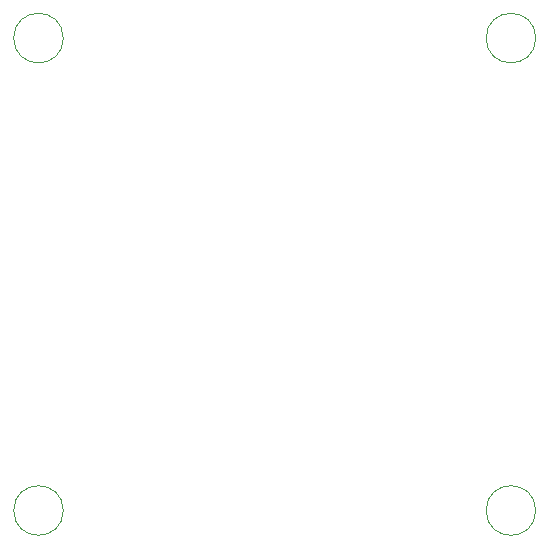
<source format=gbr>
G04 #@! TF.GenerationSoftware,KiCad,Pcbnew,9.0.7*
G04 #@! TF.CreationDate,2026-01-18T21:54:30+01:00*
G04 #@! TF.ProjectId,dumbpad,64756d62-7061-4642-9e6b-696361645f70,rev?*
G04 #@! TF.SameCoordinates,Original*
G04 #@! TF.FileFunction,Other,Comment*
%FSLAX46Y46*%
G04 Gerber Fmt 4.6, Leading zero omitted, Abs format (unit mm)*
G04 Created by KiCad (PCBNEW 9.0.7) date 2026-01-18 21:54:30*
%MOMM*%
%LPD*%
G01*
G04 APERTURE LIST*
%ADD10C,0.100000*%
G04 APERTURE END LIST*
D10*
X180700000Y-84900000D02*
G75*
G02*
X176500000Y-84900000I-2100000J0D01*
G01*
X176500000Y-84900000D02*
G75*
G02*
X180700000Y-84900000I2100000J0D01*
G01*
X180700000Y-124900000D02*
G75*
G02*
X176500000Y-124900000I-2100000J0D01*
G01*
X176500000Y-124900000D02*
G75*
G02*
X180700000Y-124900000I2100000J0D01*
G01*
X140700000Y-84900000D02*
G75*
G02*
X136500000Y-84900000I-2100000J0D01*
G01*
X136500000Y-84900000D02*
G75*
G02*
X140700000Y-84900000I2100000J0D01*
G01*
X140700000Y-124900000D02*
G75*
G02*
X136500000Y-124900000I-2100000J0D01*
G01*
X136500000Y-124900000D02*
G75*
G02*
X140700000Y-124900000I2100000J0D01*
G01*
M02*

</source>
